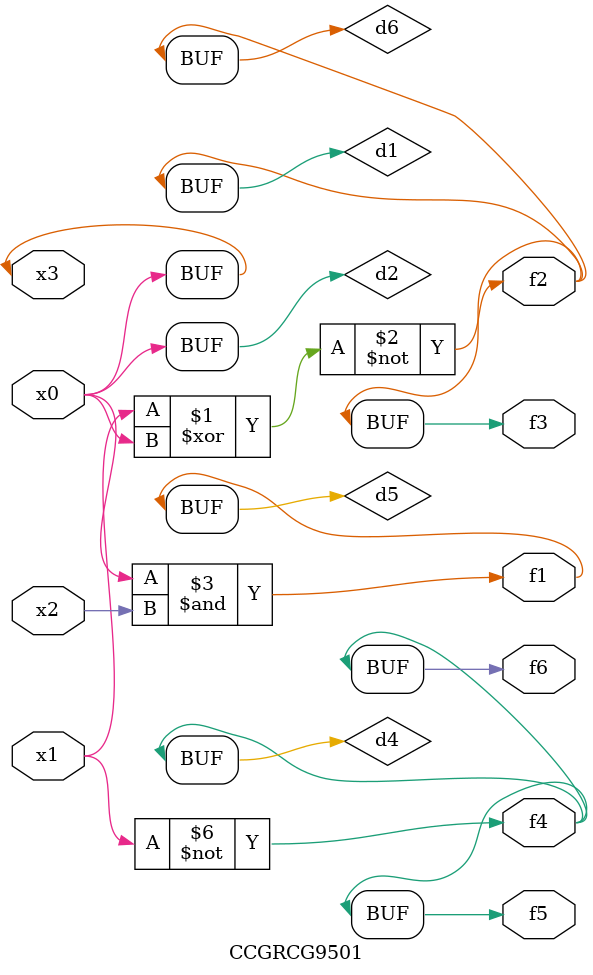
<source format=v>
module CCGRCG9501(
	input x0, x1, x2, x3,
	output f1, f2, f3, f4, f5, f6
);

	wire d1, d2, d3, d4, d5, d6;

	xnor (d1, x1, x3);
	buf (d2, x0, x3);
	nand (d3, x0, x2);
	not (d4, x1);
	nand (d5, d3);
	or (d6, d1);
	assign f1 = d5;
	assign f2 = d6;
	assign f3 = d6;
	assign f4 = d4;
	assign f5 = d4;
	assign f6 = d4;
endmodule

</source>
